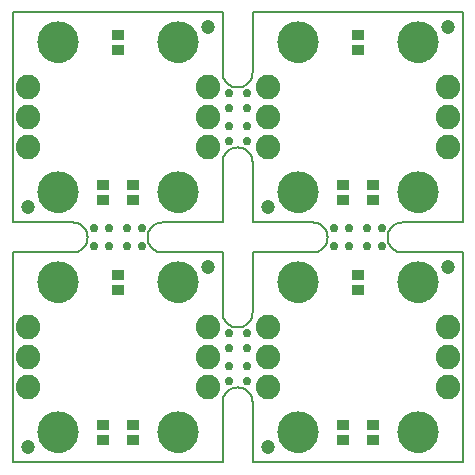
<source format=gts>
G75*
G70*
%OFA0B0*%
%FSLAX24Y24*%
%IPPOS*%
%LPD*%
%AMOC8*
5,1,8,0,0,1.08239X$1,22.5*
%
%ADD10C,0.0080*%
%ADD11C,0.0000*%
%ADD12C,0.0277*%
%ADD13R,0.0434X0.0356*%
%ADD14C,0.1380*%
%ADD15C,0.0474*%
%ADD16C,0.0820*%
D10*
X008338Y000501D02*
X015338Y000501D01*
X015338Y002501D01*
X015838Y003001D02*
X015882Y002999D01*
X015925Y002993D01*
X015967Y002984D01*
X016009Y002971D01*
X016049Y002954D01*
X016088Y002934D01*
X016125Y002911D01*
X016159Y002884D01*
X016192Y002855D01*
X016221Y002822D01*
X016248Y002788D01*
X016271Y002751D01*
X016291Y002712D01*
X016308Y002672D01*
X016321Y002630D01*
X016330Y002588D01*
X016336Y002545D01*
X016338Y002501D01*
X016338Y000501D01*
X023338Y000501D01*
X023338Y007501D01*
X021338Y007501D01*
X021294Y007503D01*
X021251Y007509D01*
X021209Y007518D01*
X021167Y007531D01*
X021127Y007548D01*
X021088Y007568D01*
X021051Y007591D01*
X021017Y007618D01*
X020984Y007647D01*
X020955Y007680D01*
X020928Y007714D01*
X020905Y007751D01*
X020885Y007790D01*
X020868Y007830D01*
X020855Y007872D01*
X020846Y007914D01*
X020840Y007957D01*
X020838Y008001D01*
X020840Y008045D01*
X020846Y008088D01*
X020855Y008130D01*
X020868Y008172D01*
X020885Y008212D01*
X020905Y008251D01*
X020928Y008288D01*
X020955Y008322D01*
X020984Y008355D01*
X021017Y008384D01*
X021051Y008411D01*
X021088Y008434D01*
X021127Y008454D01*
X021167Y008471D01*
X021209Y008484D01*
X021251Y008493D01*
X021294Y008499D01*
X021338Y008501D01*
X023338Y008501D01*
X023338Y015501D01*
X016338Y015501D01*
X016338Y013501D01*
X016336Y013457D01*
X016330Y013414D01*
X016321Y013372D01*
X016308Y013330D01*
X016291Y013290D01*
X016271Y013251D01*
X016248Y013214D01*
X016221Y013180D01*
X016192Y013147D01*
X016159Y013118D01*
X016125Y013091D01*
X016088Y013068D01*
X016049Y013048D01*
X016009Y013031D01*
X015967Y013018D01*
X015925Y013009D01*
X015882Y013003D01*
X015838Y013001D01*
X015794Y013003D01*
X015751Y013009D01*
X015709Y013018D01*
X015667Y013031D01*
X015627Y013048D01*
X015588Y013068D01*
X015551Y013091D01*
X015517Y013118D01*
X015484Y013147D01*
X015455Y013180D01*
X015428Y013214D01*
X015405Y013251D01*
X015385Y013290D01*
X015368Y013330D01*
X015355Y013372D01*
X015346Y013414D01*
X015340Y013457D01*
X015338Y013501D01*
X015338Y015501D01*
X008338Y015501D01*
X008338Y008501D01*
X010338Y008501D01*
X010382Y008499D01*
X010425Y008493D01*
X010467Y008484D01*
X010509Y008471D01*
X010549Y008454D01*
X010588Y008434D01*
X010625Y008411D01*
X010659Y008384D01*
X010692Y008355D01*
X010721Y008322D01*
X010748Y008288D01*
X010771Y008251D01*
X010791Y008212D01*
X010808Y008172D01*
X010821Y008130D01*
X010830Y008088D01*
X010836Y008045D01*
X010838Y008001D01*
X010836Y007957D01*
X010830Y007914D01*
X010821Y007872D01*
X010808Y007830D01*
X010791Y007790D01*
X010771Y007751D01*
X010748Y007714D01*
X010721Y007680D01*
X010692Y007647D01*
X010659Y007618D01*
X010625Y007591D01*
X010588Y007568D01*
X010549Y007548D01*
X010509Y007531D01*
X010467Y007518D01*
X010425Y007509D01*
X010382Y007503D01*
X010338Y007501D01*
X008338Y007501D01*
X008338Y000501D01*
X015338Y002501D02*
X015340Y002545D01*
X015346Y002588D01*
X015355Y002630D01*
X015368Y002672D01*
X015385Y002712D01*
X015405Y002751D01*
X015428Y002788D01*
X015455Y002822D01*
X015484Y002855D01*
X015517Y002884D01*
X015551Y002911D01*
X015588Y002934D01*
X015627Y002954D01*
X015667Y002971D01*
X015709Y002984D01*
X015751Y002993D01*
X015794Y002999D01*
X015838Y003001D01*
X015838Y005001D02*
X015794Y005003D01*
X015751Y005009D01*
X015709Y005018D01*
X015667Y005031D01*
X015627Y005048D01*
X015588Y005068D01*
X015551Y005091D01*
X015517Y005118D01*
X015484Y005147D01*
X015455Y005180D01*
X015428Y005214D01*
X015405Y005251D01*
X015385Y005290D01*
X015368Y005330D01*
X015355Y005372D01*
X015346Y005414D01*
X015340Y005457D01*
X015338Y005501D01*
X015338Y007501D01*
X013338Y007501D01*
X012838Y008001D02*
X012840Y008045D01*
X012846Y008088D01*
X012855Y008130D01*
X012868Y008172D01*
X012885Y008212D01*
X012905Y008251D01*
X012928Y008288D01*
X012955Y008322D01*
X012984Y008355D01*
X013017Y008384D01*
X013051Y008411D01*
X013088Y008434D01*
X013127Y008454D01*
X013167Y008471D01*
X013209Y008484D01*
X013251Y008493D01*
X013294Y008499D01*
X013338Y008501D01*
X015338Y008501D01*
X015338Y010501D01*
X015838Y011001D02*
X015882Y010999D01*
X015925Y010993D01*
X015967Y010984D01*
X016009Y010971D01*
X016049Y010954D01*
X016088Y010934D01*
X016125Y010911D01*
X016159Y010884D01*
X016192Y010855D01*
X016221Y010822D01*
X016248Y010788D01*
X016271Y010751D01*
X016291Y010712D01*
X016308Y010672D01*
X016321Y010630D01*
X016330Y010588D01*
X016336Y010545D01*
X016338Y010501D01*
X016338Y008501D01*
X018338Y008501D01*
X018838Y008001D02*
X018836Y007957D01*
X018830Y007914D01*
X018821Y007872D01*
X018808Y007830D01*
X018791Y007790D01*
X018771Y007751D01*
X018748Y007714D01*
X018721Y007680D01*
X018692Y007647D01*
X018659Y007618D01*
X018625Y007591D01*
X018588Y007568D01*
X018549Y007548D01*
X018509Y007531D01*
X018467Y007518D01*
X018425Y007509D01*
X018382Y007503D01*
X018338Y007501D01*
X016338Y007501D01*
X016338Y005501D01*
X016336Y005457D01*
X016330Y005414D01*
X016321Y005372D01*
X016308Y005330D01*
X016291Y005290D01*
X016271Y005251D01*
X016248Y005214D01*
X016221Y005180D01*
X016192Y005147D01*
X016159Y005118D01*
X016125Y005091D01*
X016088Y005068D01*
X016049Y005048D01*
X016009Y005031D01*
X015967Y005018D01*
X015925Y005009D01*
X015882Y005003D01*
X015838Y005001D01*
X013338Y007501D02*
X013294Y007503D01*
X013251Y007509D01*
X013209Y007518D01*
X013167Y007531D01*
X013127Y007548D01*
X013088Y007568D01*
X013051Y007591D01*
X013017Y007618D01*
X012984Y007647D01*
X012955Y007680D01*
X012928Y007714D01*
X012905Y007751D01*
X012885Y007790D01*
X012868Y007830D01*
X012855Y007872D01*
X012846Y007914D01*
X012840Y007957D01*
X012838Y008001D01*
X018338Y008501D02*
X018382Y008499D01*
X018425Y008493D01*
X018467Y008484D01*
X018509Y008471D01*
X018549Y008454D01*
X018588Y008434D01*
X018625Y008411D01*
X018659Y008384D01*
X018692Y008355D01*
X018721Y008322D01*
X018748Y008288D01*
X018771Y008251D01*
X018791Y008212D01*
X018808Y008172D01*
X018821Y008130D01*
X018830Y008088D01*
X018836Y008045D01*
X018838Y008001D01*
X015838Y011001D02*
X015794Y010999D01*
X015751Y010993D01*
X015709Y010984D01*
X015667Y010971D01*
X015627Y010954D01*
X015588Y010934D01*
X015551Y010911D01*
X015517Y010884D01*
X015484Y010855D01*
X015455Y010822D01*
X015428Y010788D01*
X015405Y010751D01*
X015385Y010712D01*
X015368Y010672D01*
X015355Y010630D01*
X015346Y010588D01*
X015340Y010545D01*
X015338Y010501D01*
D11*
X015440Y011201D02*
X015442Y011220D01*
X015447Y011239D01*
X015457Y011255D01*
X015469Y011270D01*
X015484Y011282D01*
X015500Y011292D01*
X015519Y011297D01*
X015538Y011299D01*
X015557Y011297D01*
X015576Y011292D01*
X015592Y011282D01*
X015607Y011270D01*
X015619Y011255D01*
X015629Y011239D01*
X015634Y011220D01*
X015636Y011201D01*
X015634Y011182D01*
X015629Y011163D01*
X015619Y011147D01*
X015607Y011132D01*
X015592Y011120D01*
X015576Y011110D01*
X015557Y011105D01*
X015538Y011103D01*
X015519Y011105D01*
X015500Y011110D01*
X015484Y011120D01*
X015469Y011132D01*
X015457Y011147D01*
X015447Y011163D01*
X015442Y011182D01*
X015440Y011201D01*
X016040Y011201D02*
X016042Y011220D01*
X016047Y011239D01*
X016057Y011255D01*
X016069Y011270D01*
X016084Y011282D01*
X016100Y011292D01*
X016119Y011297D01*
X016138Y011299D01*
X016157Y011297D01*
X016176Y011292D01*
X016192Y011282D01*
X016207Y011270D01*
X016219Y011255D01*
X016229Y011239D01*
X016234Y011220D01*
X016236Y011201D01*
X016234Y011182D01*
X016229Y011163D01*
X016219Y011147D01*
X016207Y011132D01*
X016192Y011120D01*
X016176Y011110D01*
X016157Y011105D01*
X016138Y011103D01*
X016119Y011105D01*
X016100Y011110D01*
X016084Y011120D01*
X016069Y011132D01*
X016057Y011147D01*
X016047Y011163D01*
X016042Y011182D01*
X016040Y011201D01*
X016040Y011701D02*
X016042Y011720D01*
X016047Y011739D01*
X016057Y011755D01*
X016069Y011770D01*
X016084Y011782D01*
X016100Y011792D01*
X016119Y011797D01*
X016138Y011799D01*
X016157Y011797D01*
X016176Y011792D01*
X016192Y011782D01*
X016207Y011770D01*
X016219Y011755D01*
X016229Y011739D01*
X016234Y011720D01*
X016236Y011701D01*
X016234Y011682D01*
X016229Y011663D01*
X016219Y011647D01*
X016207Y011632D01*
X016192Y011620D01*
X016176Y011610D01*
X016157Y011605D01*
X016138Y011603D01*
X016119Y011605D01*
X016100Y011610D01*
X016084Y011620D01*
X016069Y011632D01*
X016057Y011647D01*
X016047Y011663D01*
X016042Y011682D01*
X016040Y011701D01*
X015440Y011701D02*
X015442Y011720D01*
X015447Y011739D01*
X015457Y011755D01*
X015469Y011770D01*
X015484Y011782D01*
X015500Y011792D01*
X015519Y011797D01*
X015538Y011799D01*
X015557Y011797D01*
X015576Y011792D01*
X015592Y011782D01*
X015607Y011770D01*
X015619Y011755D01*
X015629Y011739D01*
X015634Y011720D01*
X015636Y011701D01*
X015634Y011682D01*
X015629Y011663D01*
X015619Y011647D01*
X015607Y011632D01*
X015592Y011620D01*
X015576Y011610D01*
X015557Y011605D01*
X015538Y011603D01*
X015519Y011605D01*
X015500Y011610D01*
X015484Y011620D01*
X015469Y011632D01*
X015457Y011647D01*
X015447Y011663D01*
X015442Y011682D01*
X015440Y011701D01*
X015440Y012301D02*
X015442Y012320D01*
X015447Y012339D01*
X015457Y012355D01*
X015469Y012370D01*
X015484Y012382D01*
X015500Y012392D01*
X015519Y012397D01*
X015538Y012399D01*
X015557Y012397D01*
X015576Y012392D01*
X015592Y012382D01*
X015607Y012370D01*
X015619Y012355D01*
X015629Y012339D01*
X015634Y012320D01*
X015636Y012301D01*
X015634Y012282D01*
X015629Y012263D01*
X015619Y012247D01*
X015607Y012232D01*
X015592Y012220D01*
X015576Y012210D01*
X015557Y012205D01*
X015538Y012203D01*
X015519Y012205D01*
X015500Y012210D01*
X015484Y012220D01*
X015469Y012232D01*
X015457Y012247D01*
X015447Y012263D01*
X015442Y012282D01*
X015440Y012301D01*
X016040Y012301D02*
X016042Y012320D01*
X016047Y012339D01*
X016057Y012355D01*
X016069Y012370D01*
X016084Y012382D01*
X016100Y012392D01*
X016119Y012397D01*
X016138Y012399D01*
X016157Y012397D01*
X016176Y012392D01*
X016192Y012382D01*
X016207Y012370D01*
X016219Y012355D01*
X016229Y012339D01*
X016234Y012320D01*
X016236Y012301D01*
X016234Y012282D01*
X016229Y012263D01*
X016219Y012247D01*
X016207Y012232D01*
X016192Y012220D01*
X016176Y012210D01*
X016157Y012205D01*
X016138Y012203D01*
X016119Y012205D01*
X016100Y012210D01*
X016084Y012220D01*
X016069Y012232D01*
X016057Y012247D01*
X016047Y012263D01*
X016042Y012282D01*
X016040Y012301D01*
X016040Y012801D02*
X016042Y012820D01*
X016047Y012839D01*
X016057Y012855D01*
X016069Y012870D01*
X016084Y012882D01*
X016100Y012892D01*
X016119Y012897D01*
X016138Y012899D01*
X016157Y012897D01*
X016176Y012892D01*
X016192Y012882D01*
X016207Y012870D01*
X016219Y012855D01*
X016229Y012839D01*
X016234Y012820D01*
X016236Y012801D01*
X016234Y012782D01*
X016229Y012763D01*
X016219Y012747D01*
X016207Y012732D01*
X016192Y012720D01*
X016176Y012710D01*
X016157Y012705D01*
X016138Y012703D01*
X016119Y012705D01*
X016100Y012710D01*
X016084Y012720D01*
X016069Y012732D01*
X016057Y012747D01*
X016047Y012763D01*
X016042Y012782D01*
X016040Y012801D01*
X015440Y012801D02*
X015442Y012820D01*
X015447Y012839D01*
X015457Y012855D01*
X015469Y012870D01*
X015484Y012882D01*
X015500Y012892D01*
X015519Y012897D01*
X015538Y012899D01*
X015557Y012897D01*
X015576Y012892D01*
X015592Y012882D01*
X015607Y012870D01*
X015619Y012855D01*
X015629Y012839D01*
X015634Y012820D01*
X015636Y012801D01*
X015634Y012782D01*
X015629Y012763D01*
X015619Y012747D01*
X015607Y012732D01*
X015592Y012720D01*
X015576Y012710D01*
X015557Y012705D01*
X015538Y012703D01*
X015519Y012705D01*
X015500Y012710D01*
X015484Y012720D01*
X015469Y012732D01*
X015457Y012747D01*
X015447Y012763D01*
X015442Y012782D01*
X015440Y012801D01*
X013188Y014501D02*
X013190Y014551D01*
X013196Y014601D01*
X013206Y014651D01*
X013219Y014699D01*
X013236Y014747D01*
X013257Y014793D01*
X013281Y014837D01*
X013309Y014879D01*
X013340Y014919D01*
X013374Y014956D01*
X013411Y014991D01*
X013450Y015022D01*
X013491Y015051D01*
X013535Y015076D01*
X013581Y015098D01*
X013628Y015116D01*
X013676Y015130D01*
X013725Y015141D01*
X013775Y015148D01*
X013825Y015151D01*
X013876Y015150D01*
X013926Y015145D01*
X013976Y015136D01*
X014024Y015124D01*
X014072Y015107D01*
X014118Y015087D01*
X014163Y015064D01*
X014206Y015037D01*
X014246Y015007D01*
X014284Y014974D01*
X014319Y014938D01*
X014352Y014899D01*
X014381Y014858D01*
X014407Y014815D01*
X014430Y014770D01*
X014449Y014723D01*
X014464Y014675D01*
X014476Y014626D01*
X014484Y014576D01*
X014488Y014526D01*
X014488Y014476D01*
X014484Y014426D01*
X014476Y014376D01*
X014464Y014327D01*
X014449Y014279D01*
X014430Y014232D01*
X014407Y014187D01*
X014381Y014144D01*
X014352Y014103D01*
X014319Y014064D01*
X014284Y014028D01*
X014246Y013995D01*
X014206Y013965D01*
X014163Y013938D01*
X014118Y013915D01*
X014072Y013895D01*
X014024Y013878D01*
X013976Y013866D01*
X013926Y013857D01*
X013876Y013852D01*
X013825Y013851D01*
X013775Y013854D01*
X013725Y013861D01*
X013676Y013872D01*
X013628Y013886D01*
X013581Y013904D01*
X013535Y013926D01*
X013491Y013951D01*
X013450Y013980D01*
X013411Y014011D01*
X013374Y014046D01*
X013340Y014083D01*
X013309Y014123D01*
X013281Y014165D01*
X013257Y014209D01*
X013236Y014255D01*
X013219Y014303D01*
X013206Y014351D01*
X013196Y014401D01*
X013190Y014451D01*
X013188Y014501D01*
X009188Y014501D02*
X009190Y014551D01*
X009196Y014601D01*
X009206Y014651D01*
X009219Y014699D01*
X009236Y014747D01*
X009257Y014793D01*
X009281Y014837D01*
X009309Y014879D01*
X009340Y014919D01*
X009374Y014956D01*
X009411Y014991D01*
X009450Y015022D01*
X009491Y015051D01*
X009535Y015076D01*
X009581Y015098D01*
X009628Y015116D01*
X009676Y015130D01*
X009725Y015141D01*
X009775Y015148D01*
X009825Y015151D01*
X009876Y015150D01*
X009926Y015145D01*
X009976Y015136D01*
X010024Y015124D01*
X010072Y015107D01*
X010118Y015087D01*
X010163Y015064D01*
X010206Y015037D01*
X010246Y015007D01*
X010284Y014974D01*
X010319Y014938D01*
X010352Y014899D01*
X010381Y014858D01*
X010407Y014815D01*
X010430Y014770D01*
X010449Y014723D01*
X010464Y014675D01*
X010476Y014626D01*
X010484Y014576D01*
X010488Y014526D01*
X010488Y014476D01*
X010484Y014426D01*
X010476Y014376D01*
X010464Y014327D01*
X010449Y014279D01*
X010430Y014232D01*
X010407Y014187D01*
X010381Y014144D01*
X010352Y014103D01*
X010319Y014064D01*
X010284Y014028D01*
X010246Y013995D01*
X010206Y013965D01*
X010163Y013938D01*
X010118Y013915D01*
X010072Y013895D01*
X010024Y013878D01*
X009976Y013866D01*
X009926Y013857D01*
X009876Y013852D01*
X009825Y013851D01*
X009775Y013854D01*
X009725Y013861D01*
X009676Y013872D01*
X009628Y013886D01*
X009581Y013904D01*
X009535Y013926D01*
X009491Y013951D01*
X009450Y013980D01*
X009411Y014011D01*
X009374Y014046D01*
X009340Y014083D01*
X009309Y014123D01*
X009281Y014165D01*
X009257Y014209D01*
X009236Y014255D01*
X009219Y014303D01*
X009206Y014351D01*
X009196Y014401D01*
X009190Y014451D01*
X009188Y014501D01*
X017188Y014501D02*
X017190Y014551D01*
X017196Y014601D01*
X017206Y014651D01*
X017219Y014699D01*
X017236Y014747D01*
X017257Y014793D01*
X017281Y014837D01*
X017309Y014879D01*
X017340Y014919D01*
X017374Y014956D01*
X017411Y014991D01*
X017450Y015022D01*
X017491Y015051D01*
X017535Y015076D01*
X017581Y015098D01*
X017628Y015116D01*
X017676Y015130D01*
X017725Y015141D01*
X017775Y015148D01*
X017825Y015151D01*
X017876Y015150D01*
X017926Y015145D01*
X017976Y015136D01*
X018024Y015124D01*
X018072Y015107D01*
X018118Y015087D01*
X018163Y015064D01*
X018206Y015037D01*
X018246Y015007D01*
X018284Y014974D01*
X018319Y014938D01*
X018352Y014899D01*
X018381Y014858D01*
X018407Y014815D01*
X018430Y014770D01*
X018449Y014723D01*
X018464Y014675D01*
X018476Y014626D01*
X018484Y014576D01*
X018488Y014526D01*
X018488Y014476D01*
X018484Y014426D01*
X018476Y014376D01*
X018464Y014327D01*
X018449Y014279D01*
X018430Y014232D01*
X018407Y014187D01*
X018381Y014144D01*
X018352Y014103D01*
X018319Y014064D01*
X018284Y014028D01*
X018246Y013995D01*
X018206Y013965D01*
X018163Y013938D01*
X018118Y013915D01*
X018072Y013895D01*
X018024Y013878D01*
X017976Y013866D01*
X017926Y013857D01*
X017876Y013852D01*
X017825Y013851D01*
X017775Y013854D01*
X017725Y013861D01*
X017676Y013872D01*
X017628Y013886D01*
X017581Y013904D01*
X017535Y013926D01*
X017491Y013951D01*
X017450Y013980D01*
X017411Y014011D01*
X017374Y014046D01*
X017340Y014083D01*
X017309Y014123D01*
X017281Y014165D01*
X017257Y014209D01*
X017236Y014255D01*
X017219Y014303D01*
X017206Y014351D01*
X017196Y014401D01*
X017190Y014451D01*
X017188Y014501D01*
X021188Y014501D02*
X021190Y014551D01*
X021196Y014601D01*
X021206Y014651D01*
X021219Y014699D01*
X021236Y014747D01*
X021257Y014793D01*
X021281Y014837D01*
X021309Y014879D01*
X021340Y014919D01*
X021374Y014956D01*
X021411Y014991D01*
X021450Y015022D01*
X021491Y015051D01*
X021535Y015076D01*
X021581Y015098D01*
X021628Y015116D01*
X021676Y015130D01*
X021725Y015141D01*
X021775Y015148D01*
X021825Y015151D01*
X021876Y015150D01*
X021926Y015145D01*
X021976Y015136D01*
X022024Y015124D01*
X022072Y015107D01*
X022118Y015087D01*
X022163Y015064D01*
X022206Y015037D01*
X022246Y015007D01*
X022284Y014974D01*
X022319Y014938D01*
X022352Y014899D01*
X022381Y014858D01*
X022407Y014815D01*
X022430Y014770D01*
X022449Y014723D01*
X022464Y014675D01*
X022476Y014626D01*
X022484Y014576D01*
X022488Y014526D01*
X022488Y014476D01*
X022484Y014426D01*
X022476Y014376D01*
X022464Y014327D01*
X022449Y014279D01*
X022430Y014232D01*
X022407Y014187D01*
X022381Y014144D01*
X022352Y014103D01*
X022319Y014064D01*
X022284Y014028D01*
X022246Y013995D01*
X022206Y013965D01*
X022163Y013938D01*
X022118Y013915D01*
X022072Y013895D01*
X022024Y013878D01*
X021976Y013866D01*
X021926Y013857D01*
X021876Y013852D01*
X021825Y013851D01*
X021775Y013854D01*
X021725Y013861D01*
X021676Y013872D01*
X021628Y013886D01*
X021581Y013904D01*
X021535Y013926D01*
X021491Y013951D01*
X021450Y013980D01*
X021411Y014011D01*
X021374Y014046D01*
X021340Y014083D01*
X021309Y014123D01*
X021281Y014165D01*
X021257Y014209D01*
X021236Y014255D01*
X021219Y014303D01*
X021206Y014351D01*
X021196Y014401D01*
X021190Y014451D01*
X021188Y014501D01*
X021188Y009501D02*
X021190Y009551D01*
X021196Y009601D01*
X021206Y009651D01*
X021219Y009699D01*
X021236Y009747D01*
X021257Y009793D01*
X021281Y009837D01*
X021309Y009879D01*
X021340Y009919D01*
X021374Y009956D01*
X021411Y009991D01*
X021450Y010022D01*
X021491Y010051D01*
X021535Y010076D01*
X021581Y010098D01*
X021628Y010116D01*
X021676Y010130D01*
X021725Y010141D01*
X021775Y010148D01*
X021825Y010151D01*
X021876Y010150D01*
X021926Y010145D01*
X021976Y010136D01*
X022024Y010124D01*
X022072Y010107D01*
X022118Y010087D01*
X022163Y010064D01*
X022206Y010037D01*
X022246Y010007D01*
X022284Y009974D01*
X022319Y009938D01*
X022352Y009899D01*
X022381Y009858D01*
X022407Y009815D01*
X022430Y009770D01*
X022449Y009723D01*
X022464Y009675D01*
X022476Y009626D01*
X022484Y009576D01*
X022488Y009526D01*
X022488Y009476D01*
X022484Y009426D01*
X022476Y009376D01*
X022464Y009327D01*
X022449Y009279D01*
X022430Y009232D01*
X022407Y009187D01*
X022381Y009144D01*
X022352Y009103D01*
X022319Y009064D01*
X022284Y009028D01*
X022246Y008995D01*
X022206Y008965D01*
X022163Y008938D01*
X022118Y008915D01*
X022072Y008895D01*
X022024Y008878D01*
X021976Y008866D01*
X021926Y008857D01*
X021876Y008852D01*
X021825Y008851D01*
X021775Y008854D01*
X021725Y008861D01*
X021676Y008872D01*
X021628Y008886D01*
X021581Y008904D01*
X021535Y008926D01*
X021491Y008951D01*
X021450Y008980D01*
X021411Y009011D01*
X021374Y009046D01*
X021340Y009083D01*
X021309Y009123D01*
X021281Y009165D01*
X021257Y009209D01*
X021236Y009255D01*
X021219Y009303D01*
X021206Y009351D01*
X021196Y009401D01*
X021190Y009451D01*
X021188Y009501D01*
X017188Y009501D02*
X017190Y009551D01*
X017196Y009601D01*
X017206Y009651D01*
X017219Y009699D01*
X017236Y009747D01*
X017257Y009793D01*
X017281Y009837D01*
X017309Y009879D01*
X017340Y009919D01*
X017374Y009956D01*
X017411Y009991D01*
X017450Y010022D01*
X017491Y010051D01*
X017535Y010076D01*
X017581Y010098D01*
X017628Y010116D01*
X017676Y010130D01*
X017725Y010141D01*
X017775Y010148D01*
X017825Y010151D01*
X017876Y010150D01*
X017926Y010145D01*
X017976Y010136D01*
X018024Y010124D01*
X018072Y010107D01*
X018118Y010087D01*
X018163Y010064D01*
X018206Y010037D01*
X018246Y010007D01*
X018284Y009974D01*
X018319Y009938D01*
X018352Y009899D01*
X018381Y009858D01*
X018407Y009815D01*
X018430Y009770D01*
X018449Y009723D01*
X018464Y009675D01*
X018476Y009626D01*
X018484Y009576D01*
X018488Y009526D01*
X018488Y009476D01*
X018484Y009426D01*
X018476Y009376D01*
X018464Y009327D01*
X018449Y009279D01*
X018430Y009232D01*
X018407Y009187D01*
X018381Y009144D01*
X018352Y009103D01*
X018319Y009064D01*
X018284Y009028D01*
X018246Y008995D01*
X018206Y008965D01*
X018163Y008938D01*
X018118Y008915D01*
X018072Y008895D01*
X018024Y008878D01*
X017976Y008866D01*
X017926Y008857D01*
X017876Y008852D01*
X017825Y008851D01*
X017775Y008854D01*
X017725Y008861D01*
X017676Y008872D01*
X017628Y008886D01*
X017581Y008904D01*
X017535Y008926D01*
X017491Y008951D01*
X017450Y008980D01*
X017411Y009011D01*
X017374Y009046D01*
X017340Y009083D01*
X017309Y009123D01*
X017281Y009165D01*
X017257Y009209D01*
X017236Y009255D01*
X017219Y009303D01*
X017206Y009351D01*
X017196Y009401D01*
X017190Y009451D01*
X017188Y009501D01*
X013188Y009501D02*
X013190Y009551D01*
X013196Y009601D01*
X013206Y009651D01*
X013219Y009699D01*
X013236Y009747D01*
X013257Y009793D01*
X013281Y009837D01*
X013309Y009879D01*
X013340Y009919D01*
X013374Y009956D01*
X013411Y009991D01*
X013450Y010022D01*
X013491Y010051D01*
X013535Y010076D01*
X013581Y010098D01*
X013628Y010116D01*
X013676Y010130D01*
X013725Y010141D01*
X013775Y010148D01*
X013825Y010151D01*
X013876Y010150D01*
X013926Y010145D01*
X013976Y010136D01*
X014024Y010124D01*
X014072Y010107D01*
X014118Y010087D01*
X014163Y010064D01*
X014206Y010037D01*
X014246Y010007D01*
X014284Y009974D01*
X014319Y009938D01*
X014352Y009899D01*
X014381Y009858D01*
X014407Y009815D01*
X014430Y009770D01*
X014449Y009723D01*
X014464Y009675D01*
X014476Y009626D01*
X014484Y009576D01*
X014488Y009526D01*
X014488Y009476D01*
X014484Y009426D01*
X014476Y009376D01*
X014464Y009327D01*
X014449Y009279D01*
X014430Y009232D01*
X014407Y009187D01*
X014381Y009144D01*
X014352Y009103D01*
X014319Y009064D01*
X014284Y009028D01*
X014246Y008995D01*
X014206Y008965D01*
X014163Y008938D01*
X014118Y008915D01*
X014072Y008895D01*
X014024Y008878D01*
X013976Y008866D01*
X013926Y008857D01*
X013876Y008852D01*
X013825Y008851D01*
X013775Y008854D01*
X013725Y008861D01*
X013676Y008872D01*
X013628Y008886D01*
X013581Y008904D01*
X013535Y008926D01*
X013491Y008951D01*
X013450Y008980D01*
X013411Y009011D01*
X013374Y009046D01*
X013340Y009083D01*
X013309Y009123D01*
X013281Y009165D01*
X013257Y009209D01*
X013236Y009255D01*
X013219Y009303D01*
X013206Y009351D01*
X013196Y009401D01*
X013190Y009451D01*
X013188Y009501D01*
X009188Y009501D02*
X009190Y009551D01*
X009196Y009601D01*
X009206Y009651D01*
X009219Y009699D01*
X009236Y009747D01*
X009257Y009793D01*
X009281Y009837D01*
X009309Y009879D01*
X009340Y009919D01*
X009374Y009956D01*
X009411Y009991D01*
X009450Y010022D01*
X009491Y010051D01*
X009535Y010076D01*
X009581Y010098D01*
X009628Y010116D01*
X009676Y010130D01*
X009725Y010141D01*
X009775Y010148D01*
X009825Y010151D01*
X009876Y010150D01*
X009926Y010145D01*
X009976Y010136D01*
X010024Y010124D01*
X010072Y010107D01*
X010118Y010087D01*
X010163Y010064D01*
X010206Y010037D01*
X010246Y010007D01*
X010284Y009974D01*
X010319Y009938D01*
X010352Y009899D01*
X010381Y009858D01*
X010407Y009815D01*
X010430Y009770D01*
X010449Y009723D01*
X010464Y009675D01*
X010476Y009626D01*
X010484Y009576D01*
X010488Y009526D01*
X010488Y009476D01*
X010484Y009426D01*
X010476Y009376D01*
X010464Y009327D01*
X010449Y009279D01*
X010430Y009232D01*
X010407Y009187D01*
X010381Y009144D01*
X010352Y009103D01*
X010319Y009064D01*
X010284Y009028D01*
X010246Y008995D01*
X010206Y008965D01*
X010163Y008938D01*
X010118Y008915D01*
X010072Y008895D01*
X010024Y008878D01*
X009976Y008866D01*
X009926Y008857D01*
X009876Y008852D01*
X009825Y008851D01*
X009775Y008854D01*
X009725Y008861D01*
X009676Y008872D01*
X009628Y008886D01*
X009581Y008904D01*
X009535Y008926D01*
X009491Y008951D01*
X009450Y008980D01*
X009411Y009011D01*
X009374Y009046D01*
X009340Y009083D01*
X009309Y009123D01*
X009281Y009165D01*
X009257Y009209D01*
X009236Y009255D01*
X009219Y009303D01*
X009206Y009351D01*
X009196Y009401D01*
X009190Y009451D01*
X009188Y009501D01*
X010940Y008301D02*
X010942Y008320D01*
X010947Y008339D01*
X010957Y008355D01*
X010969Y008370D01*
X010984Y008382D01*
X011000Y008392D01*
X011019Y008397D01*
X011038Y008399D01*
X011057Y008397D01*
X011076Y008392D01*
X011092Y008382D01*
X011107Y008370D01*
X011119Y008355D01*
X011129Y008339D01*
X011134Y008320D01*
X011136Y008301D01*
X011134Y008282D01*
X011129Y008263D01*
X011119Y008247D01*
X011107Y008232D01*
X011092Y008220D01*
X011076Y008210D01*
X011057Y008205D01*
X011038Y008203D01*
X011019Y008205D01*
X011000Y008210D01*
X010984Y008220D01*
X010969Y008232D01*
X010957Y008247D01*
X010947Y008263D01*
X010942Y008282D01*
X010940Y008301D01*
X011440Y008301D02*
X011442Y008320D01*
X011447Y008339D01*
X011457Y008355D01*
X011469Y008370D01*
X011484Y008382D01*
X011500Y008392D01*
X011519Y008397D01*
X011538Y008399D01*
X011557Y008397D01*
X011576Y008392D01*
X011592Y008382D01*
X011607Y008370D01*
X011619Y008355D01*
X011629Y008339D01*
X011634Y008320D01*
X011636Y008301D01*
X011634Y008282D01*
X011629Y008263D01*
X011619Y008247D01*
X011607Y008232D01*
X011592Y008220D01*
X011576Y008210D01*
X011557Y008205D01*
X011538Y008203D01*
X011519Y008205D01*
X011500Y008210D01*
X011484Y008220D01*
X011469Y008232D01*
X011457Y008247D01*
X011447Y008263D01*
X011442Y008282D01*
X011440Y008301D01*
X012040Y008301D02*
X012042Y008320D01*
X012047Y008339D01*
X012057Y008355D01*
X012069Y008370D01*
X012084Y008382D01*
X012100Y008392D01*
X012119Y008397D01*
X012138Y008399D01*
X012157Y008397D01*
X012176Y008392D01*
X012192Y008382D01*
X012207Y008370D01*
X012219Y008355D01*
X012229Y008339D01*
X012234Y008320D01*
X012236Y008301D01*
X012234Y008282D01*
X012229Y008263D01*
X012219Y008247D01*
X012207Y008232D01*
X012192Y008220D01*
X012176Y008210D01*
X012157Y008205D01*
X012138Y008203D01*
X012119Y008205D01*
X012100Y008210D01*
X012084Y008220D01*
X012069Y008232D01*
X012057Y008247D01*
X012047Y008263D01*
X012042Y008282D01*
X012040Y008301D01*
X012540Y008301D02*
X012542Y008320D01*
X012547Y008339D01*
X012557Y008355D01*
X012569Y008370D01*
X012584Y008382D01*
X012600Y008392D01*
X012619Y008397D01*
X012638Y008399D01*
X012657Y008397D01*
X012676Y008392D01*
X012692Y008382D01*
X012707Y008370D01*
X012719Y008355D01*
X012729Y008339D01*
X012734Y008320D01*
X012736Y008301D01*
X012734Y008282D01*
X012729Y008263D01*
X012719Y008247D01*
X012707Y008232D01*
X012692Y008220D01*
X012676Y008210D01*
X012657Y008205D01*
X012638Y008203D01*
X012619Y008205D01*
X012600Y008210D01*
X012584Y008220D01*
X012569Y008232D01*
X012557Y008247D01*
X012547Y008263D01*
X012542Y008282D01*
X012540Y008301D01*
X012540Y007701D02*
X012542Y007720D01*
X012547Y007739D01*
X012557Y007755D01*
X012569Y007770D01*
X012584Y007782D01*
X012600Y007792D01*
X012619Y007797D01*
X012638Y007799D01*
X012657Y007797D01*
X012676Y007792D01*
X012692Y007782D01*
X012707Y007770D01*
X012719Y007755D01*
X012729Y007739D01*
X012734Y007720D01*
X012736Y007701D01*
X012734Y007682D01*
X012729Y007663D01*
X012719Y007647D01*
X012707Y007632D01*
X012692Y007620D01*
X012676Y007610D01*
X012657Y007605D01*
X012638Y007603D01*
X012619Y007605D01*
X012600Y007610D01*
X012584Y007620D01*
X012569Y007632D01*
X012557Y007647D01*
X012547Y007663D01*
X012542Y007682D01*
X012540Y007701D01*
X012040Y007701D02*
X012042Y007720D01*
X012047Y007739D01*
X012057Y007755D01*
X012069Y007770D01*
X012084Y007782D01*
X012100Y007792D01*
X012119Y007797D01*
X012138Y007799D01*
X012157Y007797D01*
X012176Y007792D01*
X012192Y007782D01*
X012207Y007770D01*
X012219Y007755D01*
X012229Y007739D01*
X012234Y007720D01*
X012236Y007701D01*
X012234Y007682D01*
X012229Y007663D01*
X012219Y007647D01*
X012207Y007632D01*
X012192Y007620D01*
X012176Y007610D01*
X012157Y007605D01*
X012138Y007603D01*
X012119Y007605D01*
X012100Y007610D01*
X012084Y007620D01*
X012069Y007632D01*
X012057Y007647D01*
X012047Y007663D01*
X012042Y007682D01*
X012040Y007701D01*
X011440Y007701D02*
X011442Y007720D01*
X011447Y007739D01*
X011457Y007755D01*
X011469Y007770D01*
X011484Y007782D01*
X011500Y007792D01*
X011519Y007797D01*
X011538Y007799D01*
X011557Y007797D01*
X011576Y007792D01*
X011592Y007782D01*
X011607Y007770D01*
X011619Y007755D01*
X011629Y007739D01*
X011634Y007720D01*
X011636Y007701D01*
X011634Y007682D01*
X011629Y007663D01*
X011619Y007647D01*
X011607Y007632D01*
X011592Y007620D01*
X011576Y007610D01*
X011557Y007605D01*
X011538Y007603D01*
X011519Y007605D01*
X011500Y007610D01*
X011484Y007620D01*
X011469Y007632D01*
X011457Y007647D01*
X011447Y007663D01*
X011442Y007682D01*
X011440Y007701D01*
X010940Y007701D02*
X010942Y007720D01*
X010947Y007739D01*
X010957Y007755D01*
X010969Y007770D01*
X010984Y007782D01*
X011000Y007792D01*
X011019Y007797D01*
X011038Y007799D01*
X011057Y007797D01*
X011076Y007792D01*
X011092Y007782D01*
X011107Y007770D01*
X011119Y007755D01*
X011129Y007739D01*
X011134Y007720D01*
X011136Y007701D01*
X011134Y007682D01*
X011129Y007663D01*
X011119Y007647D01*
X011107Y007632D01*
X011092Y007620D01*
X011076Y007610D01*
X011057Y007605D01*
X011038Y007603D01*
X011019Y007605D01*
X011000Y007610D01*
X010984Y007620D01*
X010969Y007632D01*
X010957Y007647D01*
X010947Y007663D01*
X010942Y007682D01*
X010940Y007701D01*
X009188Y006501D02*
X009190Y006551D01*
X009196Y006601D01*
X009206Y006651D01*
X009219Y006699D01*
X009236Y006747D01*
X009257Y006793D01*
X009281Y006837D01*
X009309Y006879D01*
X009340Y006919D01*
X009374Y006956D01*
X009411Y006991D01*
X009450Y007022D01*
X009491Y007051D01*
X009535Y007076D01*
X009581Y007098D01*
X009628Y007116D01*
X009676Y007130D01*
X009725Y007141D01*
X009775Y007148D01*
X009825Y007151D01*
X009876Y007150D01*
X009926Y007145D01*
X009976Y007136D01*
X010024Y007124D01*
X010072Y007107D01*
X010118Y007087D01*
X010163Y007064D01*
X010206Y007037D01*
X010246Y007007D01*
X010284Y006974D01*
X010319Y006938D01*
X010352Y006899D01*
X010381Y006858D01*
X010407Y006815D01*
X010430Y006770D01*
X010449Y006723D01*
X010464Y006675D01*
X010476Y006626D01*
X010484Y006576D01*
X010488Y006526D01*
X010488Y006476D01*
X010484Y006426D01*
X010476Y006376D01*
X010464Y006327D01*
X010449Y006279D01*
X010430Y006232D01*
X010407Y006187D01*
X010381Y006144D01*
X010352Y006103D01*
X010319Y006064D01*
X010284Y006028D01*
X010246Y005995D01*
X010206Y005965D01*
X010163Y005938D01*
X010118Y005915D01*
X010072Y005895D01*
X010024Y005878D01*
X009976Y005866D01*
X009926Y005857D01*
X009876Y005852D01*
X009825Y005851D01*
X009775Y005854D01*
X009725Y005861D01*
X009676Y005872D01*
X009628Y005886D01*
X009581Y005904D01*
X009535Y005926D01*
X009491Y005951D01*
X009450Y005980D01*
X009411Y006011D01*
X009374Y006046D01*
X009340Y006083D01*
X009309Y006123D01*
X009281Y006165D01*
X009257Y006209D01*
X009236Y006255D01*
X009219Y006303D01*
X009206Y006351D01*
X009196Y006401D01*
X009190Y006451D01*
X009188Y006501D01*
X013188Y006501D02*
X013190Y006551D01*
X013196Y006601D01*
X013206Y006651D01*
X013219Y006699D01*
X013236Y006747D01*
X013257Y006793D01*
X013281Y006837D01*
X013309Y006879D01*
X013340Y006919D01*
X013374Y006956D01*
X013411Y006991D01*
X013450Y007022D01*
X013491Y007051D01*
X013535Y007076D01*
X013581Y007098D01*
X013628Y007116D01*
X013676Y007130D01*
X013725Y007141D01*
X013775Y007148D01*
X013825Y007151D01*
X013876Y007150D01*
X013926Y007145D01*
X013976Y007136D01*
X014024Y007124D01*
X014072Y007107D01*
X014118Y007087D01*
X014163Y007064D01*
X014206Y007037D01*
X014246Y007007D01*
X014284Y006974D01*
X014319Y006938D01*
X014352Y006899D01*
X014381Y006858D01*
X014407Y006815D01*
X014430Y006770D01*
X014449Y006723D01*
X014464Y006675D01*
X014476Y006626D01*
X014484Y006576D01*
X014488Y006526D01*
X014488Y006476D01*
X014484Y006426D01*
X014476Y006376D01*
X014464Y006327D01*
X014449Y006279D01*
X014430Y006232D01*
X014407Y006187D01*
X014381Y006144D01*
X014352Y006103D01*
X014319Y006064D01*
X014284Y006028D01*
X014246Y005995D01*
X014206Y005965D01*
X014163Y005938D01*
X014118Y005915D01*
X014072Y005895D01*
X014024Y005878D01*
X013976Y005866D01*
X013926Y005857D01*
X013876Y005852D01*
X013825Y005851D01*
X013775Y005854D01*
X013725Y005861D01*
X013676Y005872D01*
X013628Y005886D01*
X013581Y005904D01*
X013535Y005926D01*
X013491Y005951D01*
X013450Y005980D01*
X013411Y006011D01*
X013374Y006046D01*
X013340Y006083D01*
X013309Y006123D01*
X013281Y006165D01*
X013257Y006209D01*
X013236Y006255D01*
X013219Y006303D01*
X013206Y006351D01*
X013196Y006401D01*
X013190Y006451D01*
X013188Y006501D01*
X017188Y006501D02*
X017190Y006551D01*
X017196Y006601D01*
X017206Y006651D01*
X017219Y006699D01*
X017236Y006747D01*
X017257Y006793D01*
X017281Y006837D01*
X017309Y006879D01*
X017340Y006919D01*
X017374Y006956D01*
X017411Y006991D01*
X017450Y007022D01*
X017491Y007051D01*
X017535Y007076D01*
X017581Y007098D01*
X017628Y007116D01*
X017676Y007130D01*
X017725Y007141D01*
X017775Y007148D01*
X017825Y007151D01*
X017876Y007150D01*
X017926Y007145D01*
X017976Y007136D01*
X018024Y007124D01*
X018072Y007107D01*
X018118Y007087D01*
X018163Y007064D01*
X018206Y007037D01*
X018246Y007007D01*
X018284Y006974D01*
X018319Y006938D01*
X018352Y006899D01*
X018381Y006858D01*
X018407Y006815D01*
X018430Y006770D01*
X018449Y006723D01*
X018464Y006675D01*
X018476Y006626D01*
X018484Y006576D01*
X018488Y006526D01*
X018488Y006476D01*
X018484Y006426D01*
X018476Y006376D01*
X018464Y006327D01*
X018449Y006279D01*
X018430Y006232D01*
X018407Y006187D01*
X018381Y006144D01*
X018352Y006103D01*
X018319Y006064D01*
X018284Y006028D01*
X018246Y005995D01*
X018206Y005965D01*
X018163Y005938D01*
X018118Y005915D01*
X018072Y005895D01*
X018024Y005878D01*
X017976Y005866D01*
X017926Y005857D01*
X017876Y005852D01*
X017825Y005851D01*
X017775Y005854D01*
X017725Y005861D01*
X017676Y005872D01*
X017628Y005886D01*
X017581Y005904D01*
X017535Y005926D01*
X017491Y005951D01*
X017450Y005980D01*
X017411Y006011D01*
X017374Y006046D01*
X017340Y006083D01*
X017309Y006123D01*
X017281Y006165D01*
X017257Y006209D01*
X017236Y006255D01*
X017219Y006303D01*
X017206Y006351D01*
X017196Y006401D01*
X017190Y006451D01*
X017188Y006501D01*
X018940Y007701D02*
X018942Y007720D01*
X018947Y007739D01*
X018957Y007755D01*
X018969Y007770D01*
X018984Y007782D01*
X019000Y007792D01*
X019019Y007797D01*
X019038Y007799D01*
X019057Y007797D01*
X019076Y007792D01*
X019092Y007782D01*
X019107Y007770D01*
X019119Y007755D01*
X019129Y007739D01*
X019134Y007720D01*
X019136Y007701D01*
X019134Y007682D01*
X019129Y007663D01*
X019119Y007647D01*
X019107Y007632D01*
X019092Y007620D01*
X019076Y007610D01*
X019057Y007605D01*
X019038Y007603D01*
X019019Y007605D01*
X019000Y007610D01*
X018984Y007620D01*
X018969Y007632D01*
X018957Y007647D01*
X018947Y007663D01*
X018942Y007682D01*
X018940Y007701D01*
X019440Y007701D02*
X019442Y007720D01*
X019447Y007739D01*
X019457Y007755D01*
X019469Y007770D01*
X019484Y007782D01*
X019500Y007792D01*
X019519Y007797D01*
X019538Y007799D01*
X019557Y007797D01*
X019576Y007792D01*
X019592Y007782D01*
X019607Y007770D01*
X019619Y007755D01*
X019629Y007739D01*
X019634Y007720D01*
X019636Y007701D01*
X019634Y007682D01*
X019629Y007663D01*
X019619Y007647D01*
X019607Y007632D01*
X019592Y007620D01*
X019576Y007610D01*
X019557Y007605D01*
X019538Y007603D01*
X019519Y007605D01*
X019500Y007610D01*
X019484Y007620D01*
X019469Y007632D01*
X019457Y007647D01*
X019447Y007663D01*
X019442Y007682D01*
X019440Y007701D01*
X020040Y007701D02*
X020042Y007720D01*
X020047Y007739D01*
X020057Y007755D01*
X020069Y007770D01*
X020084Y007782D01*
X020100Y007792D01*
X020119Y007797D01*
X020138Y007799D01*
X020157Y007797D01*
X020176Y007792D01*
X020192Y007782D01*
X020207Y007770D01*
X020219Y007755D01*
X020229Y007739D01*
X020234Y007720D01*
X020236Y007701D01*
X020234Y007682D01*
X020229Y007663D01*
X020219Y007647D01*
X020207Y007632D01*
X020192Y007620D01*
X020176Y007610D01*
X020157Y007605D01*
X020138Y007603D01*
X020119Y007605D01*
X020100Y007610D01*
X020084Y007620D01*
X020069Y007632D01*
X020057Y007647D01*
X020047Y007663D01*
X020042Y007682D01*
X020040Y007701D01*
X020540Y007701D02*
X020542Y007720D01*
X020547Y007739D01*
X020557Y007755D01*
X020569Y007770D01*
X020584Y007782D01*
X020600Y007792D01*
X020619Y007797D01*
X020638Y007799D01*
X020657Y007797D01*
X020676Y007792D01*
X020692Y007782D01*
X020707Y007770D01*
X020719Y007755D01*
X020729Y007739D01*
X020734Y007720D01*
X020736Y007701D01*
X020734Y007682D01*
X020729Y007663D01*
X020719Y007647D01*
X020707Y007632D01*
X020692Y007620D01*
X020676Y007610D01*
X020657Y007605D01*
X020638Y007603D01*
X020619Y007605D01*
X020600Y007610D01*
X020584Y007620D01*
X020569Y007632D01*
X020557Y007647D01*
X020547Y007663D01*
X020542Y007682D01*
X020540Y007701D01*
X020540Y008301D02*
X020542Y008320D01*
X020547Y008339D01*
X020557Y008355D01*
X020569Y008370D01*
X020584Y008382D01*
X020600Y008392D01*
X020619Y008397D01*
X020638Y008399D01*
X020657Y008397D01*
X020676Y008392D01*
X020692Y008382D01*
X020707Y008370D01*
X020719Y008355D01*
X020729Y008339D01*
X020734Y008320D01*
X020736Y008301D01*
X020734Y008282D01*
X020729Y008263D01*
X020719Y008247D01*
X020707Y008232D01*
X020692Y008220D01*
X020676Y008210D01*
X020657Y008205D01*
X020638Y008203D01*
X020619Y008205D01*
X020600Y008210D01*
X020584Y008220D01*
X020569Y008232D01*
X020557Y008247D01*
X020547Y008263D01*
X020542Y008282D01*
X020540Y008301D01*
X020040Y008301D02*
X020042Y008320D01*
X020047Y008339D01*
X020057Y008355D01*
X020069Y008370D01*
X020084Y008382D01*
X020100Y008392D01*
X020119Y008397D01*
X020138Y008399D01*
X020157Y008397D01*
X020176Y008392D01*
X020192Y008382D01*
X020207Y008370D01*
X020219Y008355D01*
X020229Y008339D01*
X020234Y008320D01*
X020236Y008301D01*
X020234Y008282D01*
X020229Y008263D01*
X020219Y008247D01*
X020207Y008232D01*
X020192Y008220D01*
X020176Y008210D01*
X020157Y008205D01*
X020138Y008203D01*
X020119Y008205D01*
X020100Y008210D01*
X020084Y008220D01*
X020069Y008232D01*
X020057Y008247D01*
X020047Y008263D01*
X020042Y008282D01*
X020040Y008301D01*
X019440Y008301D02*
X019442Y008320D01*
X019447Y008339D01*
X019457Y008355D01*
X019469Y008370D01*
X019484Y008382D01*
X019500Y008392D01*
X019519Y008397D01*
X019538Y008399D01*
X019557Y008397D01*
X019576Y008392D01*
X019592Y008382D01*
X019607Y008370D01*
X019619Y008355D01*
X019629Y008339D01*
X019634Y008320D01*
X019636Y008301D01*
X019634Y008282D01*
X019629Y008263D01*
X019619Y008247D01*
X019607Y008232D01*
X019592Y008220D01*
X019576Y008210D01*
X019557Y008205D01*
X019538Y008203D01*
X019519Y008205D01*
X019500Y008210D01*
X019484Y008220D01*
X019469Y008232D01*
X019457Y008247D01*
X019447Y008263D01*
X019442Y008282D01*
X019440Y008301D01*
X018940Y008301D02*
X018942Y008320D01*
X018947Y008339D01*
X018957Y008355D01*
X018969Y008370D01*
X018984Y008382D01*
X019000Y008392D01*
X019019Y008397D01*
X019038Y008399D01*
X019057Y008397D01*
X019076Y008392D01*
X019092Y008382D01*
X019107Y008370D01*
X019119Y008355D01*
X019129Y008339D01*
X019134Y008320D01*
X019136Y008301D01*
X019134Y008282D01*
X019129Y008263D01*
X019119Y008247D01*
X019107Y008232D01*
X019092Y008220D01*
X019076Y008210D01*
X019057Y008205D01*
X019038Y008203D01*
X019019Y008205D01*
X019000Y008210D01*
X018984Y008220D01*
X018969Y008232D01*
X018957Y008247D01*
X018947Y008263D01*
X018942Y008282D01*
X018940Y008301D01*
X021188Y006501D02*
X021190Y006551D01*
X021196Y006601D01*
X021206Y006651D01*
X021219Y006699D01*
X021236Y006747D01*
X021257Y006793D01*
X021281Y006837D01*
X021309Y006879D01*
X021340Y006919D01*
X021374Y006956D01*
X021411Y006991D01*
X021450Y007022D01*
X021491Y007051D01*
X021535Y007076D01*
X021581Y007098D01*
X021628Y007116D01*
X021676Y007130D01*
X021725Y007141D01*
X021775Y007148D01*
X021825Y007151D01*
X021876Y007150D01*
X021926Y007145D01*
X021976Y007136D01*
X022024Y007124D01*
X022072Y007107D01*
X022118Y007087D01*
X022163Y007064D01*
X022206Y007037D01*
X022246Y007007D01*
X022284Y006974D01*
X022319Y006938D01*
X022352Y006899D01*
X022381Y006858D01*
X022407Y006815D01*
X022430Y006770D01*
X022449Y006723D01*
X022464Y006675D01*
X022476Y006626D01*
X022484Y006576D01*
X022488Y006526D01*
X022488Y006476D01*
X022484Y006426D01*
X022476Y006376D01*
X022464Y006327D01*
X022449Y006279D01*
X022430Y006232D01*
X022407Y006187D01*
X022381Y006144D01*
X022352Y006103D01*
X022319Y006064D01*
X022284Y006028D01*
X022246Y005995D01*
X022206Y005965D01*
X022163Y005938D01*
X022118Y005915D01*
X022072Y005895D01*
X022024Y005878D01*
X021976Y005866D01*
X021926Y005857D01*
X021876Y005852D01*
X021825Y005851D01*
X021775Y005854D01*
X021725Y005861D01*
X021676Y005872D01*
X021628Y005886D01*
X021581Y005904D01*
X021535Y005926D01*
X021491Y005951D01*
X021450Y005980D01*
X021411Y006011D01*
X021374Y006046D01*
X021340Y006083D01*
X021309Y006123D01*
X021281Y006165D01*
X021257Y006209D01*
X021236Y006255D01*
X021219Y006303D01*
X021206Y006351D01*
X021196Y006401D01*
X021190Y006451D01*
X021188Y006501D01*
X016040Y004801D02*
X016042Y004820D01*
X016047Y004839D01*
X016057Y004855D01*
X016069Y004870D01*
X016084Y004882D01*
X016100Y004892D01*
X016119Y004897D01*
X016138Y004899D01*
X016157Y004897D01*
X016176Y004892D01*
X016192Y004882D01*
X016207Y004870D01*
X016219Y004855D01*
X016229Y004839D01*
X016234Y004820D01*
X016236Y004801D01*
X016234Y004782D01*
X016229Y004763D01*
X016219Y004747D01*
X016207Y004732D01*
X016192Y004720D01*
X016176Y004710D01*
X016157Y004705D01*
X016138Y004703D01*
X016119Y004705D01*
X016100Y004710D01*
X016084Y004720D01*
X016069Y004732D01*
X016057Y004747D01*
X016047Y004763D01*
X016042Y004782D01*
X016040Y004801D01*
X015440Y004801D02*
X015442Y004820D01*
X015447Y004839D01*
X015457Y004855D01*
X015469Y004870D01*
X015484Y004882D01*
X015500Y004892D01*
X015519Y004897D01*
X015538Y004899D01*
X015557Y004897D01*
X015576Y004892D01*
X015592Y004882D01*
X015607Y004870D01*
X015619Y004855D01*
X015629Y004839D01*
X015634Y004820D01*
X015636Y004801D01*
X015634Y004782D01*
X015629Y004763D01*
X015619Y004747D01*
X015607Y004732D01*
X015592Y004720D01*
X015576Y004710D01*
X015557Y004705D01*
X015538Y004703D01*
X015519Y004705D01*
X015500Y004710D01*
X015484Y004720D01*
X015469Y004732D01*
X015457Y004747D01*
X015447Y004763D01*
X015442Y004782D01*
X015440Y004801D01*
X015440Y004301D02*
X015442Y004320D01*
X015447Y004339D01*
X015457Y004355D01*
X015469Y004370D01*
X015484Y004382D01*
X015500Y004392D01*
X015519Y004397D01*
X015538Y004399D01*
X015557Y004397D01*
X015576Y004392D01*
X015592Y004382D01*
X015607Y004370D01*
X015619Y004355D01*
X015629Y004339D01*
X015634Y004320D01*
X015636Y004301D01*
X015634Y004282D01*
X015629Y004263D01*
X015619Y004247D01*
X015607Y004232D01*
X015592Y004220D01*
X015576Y004210D01*
X015557Y004205D01*
X015538Y004203D01*
X015519Y004205D01*
X015500Y004210D01*
X015484Y004220D01*
X015469Y004232D01*
X015457Y004247D01*
X015447Y004263D01*
X015442Y004282D01*
X015440Y004301D01*
X016040Y004301D02*
X016042Y004320D01*
X016047Y004339D01*
X016057Y004355D01*
X016069Y004370D01*
X016084Y004382D01*
X016100Y004392D01*
X016119Y004397D01*
X016138Y004399D01*
X016157Y004397D01*
X016176Y004392D01*
X016192Y004382D01*
X016207Y004370D01*
X016219Y004355D01*
X016229Y004339D01*
X016234Y004320D01*
X016236Y004301D01*
X016234Y004282D01*
X016229Y004263D01*
X016219Y004247D01*
X016207Y004232D01*
X016192Y004220D01*
X016176Y004210D01*
X016157Y004205D01*
X016138Y004203D01*
X016119Y004205D01*
X016100Y004210D01*
X016084Y004220D01*
X016069Y004232D01*
X016057Y004247D01*
X016047Y004263D01*
X016042Y004282D01*
X016040Y004301D01*
X016040Y003701D02*
X016042Y003720D01*
X016047Y003739D01*
X016057Y003755D01*
X016069Y003770D01*
X016084Y003782D01*
X016100Y003792D01*
X016119Y003797D01*
X016138Y003799D01*
X016157Y003797D01*
X016176Y003792D01*
X016192Y003782D01*
X016207Y003770D01*
X016219Y003755D01*
X016229Y003739D01*
X016234Y003720D01*
X016236Y003701D01*
X016234Y003682D01*
X016229Y003663D01*
X016219Y003647D01*
X016207Y003632D01*
X016192Y003620D01*
X016176Y003610D01*
X016157Y003605D01*
X016138Y003603D01*
X016119Y003605D01*
X016100Y003610D01*
X016084Y003620D01*
X016069Y003632D01*
X016057Y003647D01*
X016047Y003663D01*
X016042Y003682D01*
X016040Y003701D01*
X015440Y003701D02*
X015442Y003720D01*
X015447Y003739D01*
X015457Y003755D01*
X015469Y003770D01*
X015484Y003782D01*
X015500Y003792D01*
X015519Y003797D01*
X015538Y003799D01*
X015557Y003797D01*
X015576Y003792D01*
X015592Y003782D01*
X015607Y003770D01*
X015619Y003755D01*
X015629Y003739D01*
X015634Y003720D01*
X015636Y003701D01*
X015634Y003682D01*
X015629Y003663D01*
X015619Y003647D01*
X015607Y003632D01*
X015592Y003620D01*
X015576Y003610D01*
X015557Y003605D01*
X015538Y003603D01*
X015519Y003605D01*
X015500Y003610D01*
X015484Y003620D01*
X015469Y003632D01*
X015457Y003647D01*
X015447Y003663D01*
X015442Y003682D01*
X015440Y003701D01*
X015440Y003201D02*
X015442Y003220D01*
X015447Y003239D01*
X015457Y003255D01*
X015469Y003270D01*
X015484Y003282D01*
X015500Y003292D01*
X015519Y003297D01*
X015538Y003299D01*
X015557Y003297D01*
X015576Y003292D01*
X015592Y003282D01*
X015607Y003270D01*
X015619Y003255D01*
X015629Y003239D01*
X015634Y003220D01*
X015636Y003201D01*
X015634Y003182D01*
X015629Y003163D01*
X015619Y003147D01*
X015607Y003132D01*
X015592Y003120D01*
X015576Y003110D01*
X015557Y003105D01*
X015538Y003103D01*
X015519Y003105D01*
X015500Y003110D01*
X015484Y003120D01*
X015469Y003132D01*
X015457Y003147D01*
X015447Y003163D01*
X015442Y003182D01*
X015440Y003201D01*
X016040Y003201D02*
X016042Y003220D01*
X016047Y003239D01*
X016057Y003255D01*
X016069Y003270D01*
X016084Y003282D01*
X016100Y003292D01*
X016119Y003297D01*
X016138Y003299D01*
X016157Y003297D01*
X016176Y003292D01*
X016192Y003282D01*
X016207Y003270D01*
X016219Y003255D01*
X016229Y003239D01*
X016234Y003220D01*
X016236Y003201D01*
X016234Y003182D01*
X016229Y003163D01*
X016219Y003147D01*
X016207Y003132D01*
X016192Y003120D01*
X016176Y003110D01*
X016157Y003105D01*
X016138Y003103D01*
X016119Y003105D01*
X016100Y003110D01*
X016084Y003120D01*
X016069Y003132D01*
X016057Y003147D01*
X016047Y003163D01*
X016042Y003182D01*
X016040Y003201D01*
X017188Y001501D02*
X017190Y001551D01*
X017196Y001601D01*
X017206Y001651D01*
X017219Y001699D01*
X017236Y001747D01*
X017257Y001793D01*
X017281Y001837D01*
X017309Y001879D01*
X017340Y001919D01*
X017374Y001956D01*
X017411Y001991D01*
X017450Y002022D01*
X017491Y002051D01*
X017535Y002076D01*
X017581Y002098D01*
X017628Y002116D01*
X017676Y002130D01*
X017725Y002141D01*
X017775Y002148D01*
X017825Y002151D01*
X017876Y002150D01*
X017926Y002145D01*
X017976Y002136D01*
X018024Y002124D01*
X018072Y002107D01*
X018118Y002087D01*
X018163Y002064D01*
X018206Y002037D01*
X018246Y002007D01*
X018284Y001974D01*
X018319Y001938D01*
X018352Y001899D01*
X018381Y001858D01*
X018407Y001815D01*
X018430Y001770D01*
X018449Y001723D01*
X018464Y001675D01*
X018476Y001626D01*
X018484Y001576D01*
X018488Y001526D01*
X018488Y001476D01*
X018484Y001426D01*
X018476Y001376D01*
X018464Y001327D01*
X018449Y001279D01*
X018430Y001232D01*
X018407Y001187D01*
X018381Y001144D01*
X018352Y001103D01*
X018319Y001064D01*
X018284Y001028D01*
X018246Y000995D01*
X018206Y000965D01*
X018163Y000938D01*
X018118Y000915D01*
X018072Y000895D01*
X018024Y000878D01*
X017976Y000866D01*
X017926Y000857D01*
X017876Y000852D01*
X017825Y000851D01*
X017775Y000854D01*
X017725Y000861D01*
X017676Y000872D01*
X017628Y000886D01*
X017581Y000904D01*
X017535Y000926D01*
X017491Y000951D01*
X017450Y000980D01*
X017411Y001011D01*
X017374Y001046D01*
X017340Y001083D01*
X017309Y001123D01*
X017281Y001165D01*
X017257Y001209D01*
X017236Y001255D01*
X017219Y001303D01*
X017206Y001351D01*
X017196Y001401D01*
X017190Y001451D01*
X017188Y001501D01*
X013188Y001501D02*
X013190Y001551D01*
X013196Y001601D01*
X013206Y001651D01*
X013219Y001699D01*
X013236Y001747D01*
X013257Y001793D01*
X013281Y001837D01*
X013309Y001879D01*
X013340Y001919D01*
X013374Y001956D01*
X013411Y001991D01*
X013450Y002022D01*
X013491Y002051D01*
X013535Y002076D01*
X013581Y002098D01*
X013628Y002116D01*
X013676Y002130D01*
X013725Y002141D01*
X013775Y002148D01*
X013825Y002151D01*
X013876Y002150D01*
X013926Y002145D01*
X013976Y002136D01*
X014024Y002124D01*
X014072Y002107D01*
X014118Y002087D01*
X014163Y002064D01*
X014206Y002037D01*
X014246Y002007D01*
X014284Y001974D01*
X014319Y001938D01*
X014352Y001899D01*
X014381Y001858D01*
X014407Y001815D01*
X014430Y001770D01*
X014449Y001723D01*
X014464Y001675D01*
X014476Y001626D01*
X014484Y001576D01*
X014488Y001526D01*
X014488Y001476D01*
X014484Y001426D01*
X014476Y001376D01*
X014464Y001327D01*
X014449Y001279D01*
X014430Y001232D01*
X014407Y001187D01*
X014381Y001144D01*
X014352Y001103D01*
X014319Y001064D01*
X014284Y001028D01*
X014246Y000995D01*
X014206Y000965D01*
X014163Y000938D01*
X014118Y000915D01*
X014072Y000895D01*
X014024Y000878D01*
X013976Y000866D01*
X013926Y000857D01*
X013876Y000852D01*
X013825Y000851D01*
X013775Y000854D01*
X013725Y000861D01*
X013676Y000872D01*
X013628Y000886D01*
X013581Y000904D01*
X013535Y000926D01*
X013491Y000951D01*
X013450Y000980D01*
X013411Y001011D01*
X013374Y001046D01*
X013340Y001083D01*
X013309Y001123D01*
X013281Y001165D01*
X013257Y001209D01*
X013236Y001255D01*
X013219Y001303D01*
X013206Y001351D01*
X013196Y001401D01*
X013190Y001451D01*
X013188Y001501D01*
X009188Y001501D02*
X009190Y001551D01*
X009196Y001601D01*
X009206Y001651D01*
X009219Y001699D01*
X009236Y001747D01*
X009257Y001793D01*
X009281Y001837D01*
X009309Y001879D01*
X009340Y001919D01*
X009374Y001956D01*
X009411Y001991D01*
X009450Y002022D01*
X009491Y002051D01*
X009535Y002076D01*
X009581Y002098D01*
X009628Y002116D01*
X009676Y002130D01*
X009725Y002141D01*
X009775Y002148D01*
X009825Y002151D01*
X009876Y002150D01*
X009926Y002145D01*
X009976Y002136D01*
X010024Y002124D01*
X010072Y002107D01*
X010118Y002087D01*
X010163Y002064D01*
X010206Y002037D01*
X010246Y002007D01*
X010284Y001974D01*
X010319Y001938D01*
X010352Y001899D01*
X010381Y001858D01*
X010407Y001815D01*
X010430Y001770D01*
X010449Y001723D01*
X010464Y001675D01*
X010476Y001626D01*
X010484Y001576D01*
X010488Y001526D01*
X010488Y001476D01*
X010484Y001426D01*
X010476Y001376D01*
X010464Y001327D01*
X010449Y001279D01*
X010430Y001232D01*
X010407Y001187D01*
X010381Y001144D01*
X010352Y001103D01*
X010319Y001064D01*
X010284Y001028D01*
X010246Y000995D01*
X010206Y000965D01*
X010163Y000938D01*
X010118Y000915D01*
X010072Y000895D01*
X010024Y000878D01*
X009976Y000866D01*
X009926Y000857D01*
X009876Y000852D01*
X009825Y000851D01*
X009775Y000854D01*
X009725Y000861D01*
X009676Y000872D01*
X009628Y000886D01*
X009581Y000904D01*
X009535Y000926D01*
X009491Y000951D01*
X009450Y000980D01*
X009411Y001011D01*
X009374Y001046D01*
X009340Y001083D01*
X009309Y001123D01*
X009281Y001165D01*
X009257Y001209D01*
X009236Y001255D01*
X009219Y001303D01*
X009206Y001351D01*
X009196Y001401D01*
X009190Y001451D01*
X009188Y001501D01*
X021188Y001501D02*
X021190Y001551D01*
X021196Y001601D01*
X021206Y001651D01*
X021219Y001699D01*
X021236Y001747D01*
X021257Y001793D01*
X021281Y001837D01*
X021309Y001879D01*
X021340Y001919D01*
X021374Y001956D01*
X021411Y001991D01*
X021450Y002022D01*
X021491Y002051D01*
X021535Y002076D01*
X021581Y002098D01*
X021628Y002116D01*
X021676Y002130D01*
X021725Y002141D01*
X021775Y002148D01*
X021825Y002151D01*
X021876Y002150D01*
X021926Y002145D01*
X021976Y002136D01*
X022024Y002124D01*
X022072Y002107D01*
X022118Y002087D01*
X022163Y002064D01*
X022206Y002037D01*
X022246Y002007D01*
X022284Y001974D01*
X022319Y001938D01*
X022352Y001899D01*
X022381Y001858D01*
X022407Y001815D01*
X022430Y001770D01*
X022449Y001723D01*
X022464Y001675D01*
X022476Y001626D01*
X022484Y001576D01*
X022488Y001526D01*
X022488Y001476D01*
X022484Y001426D01*
X022476Y001376D01*
X022464Y001327D01*
X022449Y001279D01*
X022430Y001232D01*
X022407Y001187D01*
X022381Y001144D01*
X022352Y001103D01*
X022319Y001064D01*
X022284Y001028D01*
X022246Y000995D01*
X022206Y000965D01*
X022163Y000938D01*
X022118Y000915D01*
X022072Y000895D01*
X022024Y000878D01*
X021976Y000866D01*
X021926Y000857D01*
X021876Y000852D01*
X021825Y000851D01*
X021775Y000854D01*
X021725Y000861D01*
X021676Y000872D01*
X021628Y000886D01*
X021581Y000904D01*
X021535Y000926D01*
X021491Y000951D01*
X021450Y000980D01*
X021411Y001011D01*
X021374Y001046D01*
X021340Y001083D01*
X021309Y001123D01*
X021281Y001165D01*
X021257Y001209D01*
X021236Y001255D01*
X021219Y001303D01*
X021206Y001351D01*
X021196Y001401D01*
X021190Y001451D01*
X021188Y001501D01*
D12*
X016138Y003201D03*
X015538Y003201D03*
X015538Y003701D03*
X016138Y003701D03*
X016138Y004301D03*
X015538Y004301D03*
X015538Y004801D03*
X016138Y004801D03*
X019038Y007701D03*
X019538Y007701D03*
X020138Y007701D03*
X020638Y007701D03*
X020638Y008301D03*
X020138Y008301D03*
X019538Y008301D03*
X019038Y008301D03*
X012638Y008301D03*
X012138Y008301D03*
X011538Y008301D03*
X011038Y008301D03*
X011038Y007701D03*
X011538Y007701D03*
X012138Y007701D03*
X012638Y007701D03*
X015538Y011201D03*
X016138Y011201D03*
X016138Y011701D03*
X015538Y011701D03*
X015538Y012301D03*
X016138Y012301D03*
X016138Y012801D03*
X015538Y012801D03*
D13*
X011838Y014245D03*
X011838Y014757D03*
X019838Y014757D03*
X019838Y014245D03*
X019338Y009757D03*
X020338Y009757D03*
X020338Y009245D03*
X019338Y009245D03*
X012338Y009245D03*
X011338Y009245D03*
X011338Y009757D03*
X012338Y009757D03*
X011838Y006757D03*
X011838Y006245D03*
X019838Y006245D03*
X019838Y006757D03*
X019338Y001757D03*
X020338Y001757D03*
X020338Y001245D03*
X019338Y001245D03*
X012338Y001245D03*
X011338Y001245D03*
X011338Y001757D03*
X012338Y001757D03*
D14*
X013838Y001501D03*
X017838Y001501D03*
X021838Y001501D03*
X009838Y001501D03*
X009838Y006501D03*
X013838Y006501D03*
X017838Y006501D03*
X021838Y006501D03*
X021838Y009501D03*
X017838Y009501D03*
X013838Y009501D03*
X009838Y009501D03*
X009838Y014501D03*
X013838Y014501D03*
X017838Y014501D03*
X021838Y014501D03*
D15*
X022838Y015001D03*
X014838Y015001D03*
X016838Y009001D03*
X014838Y007001D03*
X008838Y009001D03*
X022838Y007001D03*
X016838Y001001D03*
X008838Y001001D03*
D16*
X008838Y003001D03*
X008838Y004001D03*
X008838Y005001D03*
X014838Y005001D03*
X016838Y005001D03*
X016838Y004001D03*
X014838Y004001D03*
X014838Y003001D03*
X016838Y003001D03*
X022838Y003001D03*
X022838Y004001D03*
X022838Y005001D03*
X022838Y011001D03*
X022838Y012001D03*
X022838Y013001D03*
X016838Y013001D03*
X014838Y013001D03*
X014838Y012001D03*
X016838Y012001D03*
X016838Y011001D03*
X014838Y011001D03*
X008838Y011001D03*
X008838Y012001D03*
X008838Y013001D03*
M02*

</source>
